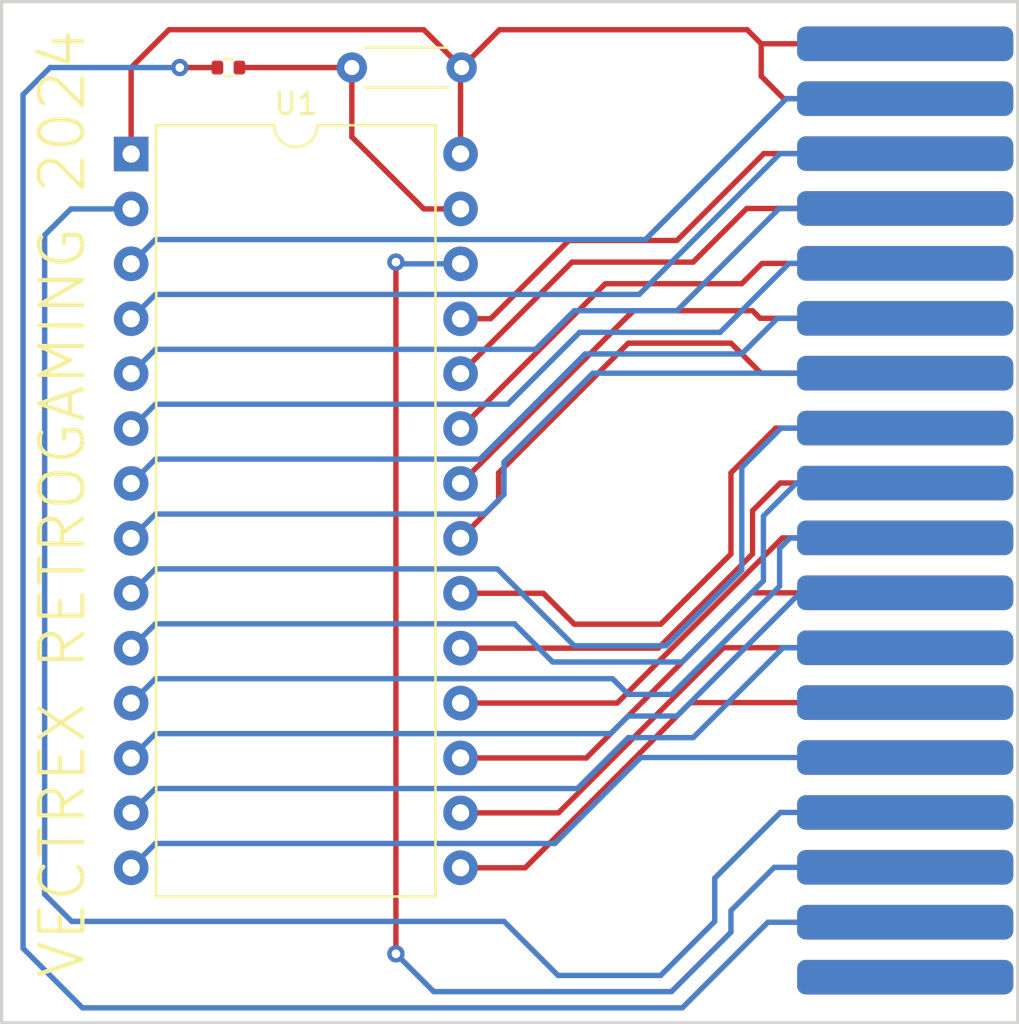
<source format=kicad_pcb>
(kicad_pcb (version 20240108) (generator "pcbnew") (generator_version "8.0")
  (title_block (title "Vectrex Multicart") (date "2019-09-01") (rev "V0.1") (company "NaturalTangent"))
  (layers (0 "F.Cu" signal) (31 "B.Cu" signal) (34 "B.Paste" user) (35 "F.Paste" user) (36 "B.SilkS" user "B.Silkscreen") (37 "F.SilkS" user "F.Silkscreen") (38 "B.Mask" user) (39 "F.Mask" user) (44 "Edge.Cuts" user))
  (net 0 "")
  (net 1 "GND")
  (net 2 "VCC")
  (net 3 "D3")
  (net 4 "D4")
  (net 5 "D5")
  (net 6 "A12")
  (net 7 "D6")
  (net 8 "A7")
  (net 9 "D7")
  (net 10 "A6")
  (net 11 "CE")
  (net 12 "A5")
  (net 13 "A10")
  (net 14 "A4")
  (net 15 "OE")
  (net 16 "A3")
  (net 17 "A11")
  (net 18 "A2")
  (net 19 "A9")
  (net 20 "A1")
  (net 21 "A8")
  (net 22 "A0")
  (net 23 "D0")
  (net 24 "D1")
  (net 25 "D2")
  (net 27 "A14")
  (net 28 "A13")
  (net 34 "Net-(U1-A14)")
  (footprint "vectrex:VECTREX_CART" (layer "F.Cu") (at 130.8102 67.9902 -90)
    (property "Reference" "J1" (hide yes))
    (property "Value" "Vectrex Cartridge Connector" (hide yes))
    (pad "1" connect roundrect (at -21.59 4 90) (size 1.6 10) (drill (offset 0 4)) (layers "B.Cu" "B.Mask"))
    (pad "2" connect roundrect (at -21.59 4 270) (size 1.6 10) (drill (offset 0 -4)) (layers "F.Cu" "F.Mask") (net 2 "VCC"))
    (pad "3" connect roundrect (at -19.05 4 90) (size 1.6 10) (drill (offset 0 4)) (layers "B.Cu" "B.Mask") (net 8 "A7"))
    (pad "4" connect roundrect (at -19.05 4 270) (size 1.6 10) (drill (offset 0 -4)) (layers "F.Cu" "F.Mask") (net 2 "VCC"))
    (pad "5" connect roundrect (at -16.51 4 90) (size 1.6 10) (drill (offset 0 4)) (layers "B.Cu" "B.Mask") (net 10 "A6"))
    (pad "6" connect roundrect (at -16.51 4 270) (size 1.6 10) (drill (offset 0 -4)) (layers "F.Cu" "F.Mask") (net 21 "A8"))
    (pad "7" connect roundrect (at -13.97 4 90) (size 1.6 10) (drill (offset 0 4)) (layers "B.Cu" "B.Mask") (net 12 "A5"))
    (pad "8" connect roundrect (at -13.97 4 270) (size 1.6 10) (drill (offset 0 -4)) (layers "F.Cu" "F.Mask") (net 19 "A9"))
    (pad "9" connect roundrect (at -11.43 4 90) (size 1.6 10) (drill (offset 0 4)) (layers "B.Cu" "B.Mask") (net 14 "A4"))
    (pad "10" connect roundrect (at -11.43 4 270) (size 1.6 10) (drill (offset 0 -4)) (layers "F.Cu" "F.Mask") (net 17 "A11"))
    (pad "11" connect roundrect (at -8.89 4 90) (size 1.6 10) (drill (offset 0 4)) (layers "B.Cu" "B.Mask") (net 16 "A3"))
    (pad "12" connect roundrect (at -8.89 4 270) (size 1.6 10) (drill (offset 0 -4)) (layers "F.Cu" "F.Mask") (net 15 "OE"))
    (pad "13" connect roundrect (at -6.35 4 90) (size 1.6 10) (drill (offset 0 4)) (layers "B.Cu" "B.Mask") (net 18 "A2"))
    (pad "14" connect roundrect (at -6.35 4 270) (size 1.6 10) (drill (offset 0 -4)) (layers "F.Cu" "F.Mask") (net 13 "A10"))
    (pad "15" connect roundrect (at -3.81 4 90) (size 1.6 10) (drill (offset 0 4)) (layers "B.Cu" "B.Mask") (net 20 "A1"))
    (pad "16" connect roundrect (at -3.81 4 270) (size 1.6 10) (drill (offset 0 -4)) (layers "F.Cu" "F.Mask") (net 11 "CE"))
    (pad "17" connect roundrect (at -1.27 4 90) (size 1.6 10) (drill (offset 0 4)) (layers "B.Cu" "B.Mask") (net 22 "A0"))
    (pad "18" connect roundrect (at -1.27 4 270) (size 1.6 10) (drill (offset 0 -4)) (layers "F.Cu" "F.Mask") (net 9 "D7"))
    (pad "19" connect roundrect (at 1.27 4 90) (size 1.6 10) (drill (offset 0 4)) (layers "B.Cu" "B.Mask") (net 23 "D0"))
    (pad "20" connect roundrect (at 1.27 4 270) (size 1.6 10) (drill (offset 0 -4)) (layers "F.Cu" "F.Mask") (net 7 "D6"))
    (pad "21" connect roundrect (at 3.81 4 90) (size 1.6 10) (drill (offset 0 4)) (layers "B.Cu" "B.Mask") (net 24 "D1"))
    (pad "22" connect roundrect (at 3.81 4 270) (size 1.6 10) (drill (offset 0 -4)) (layers "F.Cu" "F.Mask") (net 5 "D5"))
    (pad "23" connect roundrect (at 6.35 4 90) (size 1.6 10) (drill (offset 0 4)) (layers "B.Cu" "B.Mask") (net 25 "D2"))
    (pad "24" connect roundrect (at 6.35 4 270) (size 1.6 10) (drill (offset 0 -4)) (layers "F.Cu" "F.Mask") (net 4 "D4"))
    (pad "25" connect roundrect (at 8.89 4 90) (size 1.6 10) (drill (offset 0 4)) (layers "B.Cu" "B.Mask") (net 1 "GND"))
    (pad "26" connect roundrect (at 8.89 4 270) (size 1.6 10) (drill (offset 0 -4)) (layers "F.Cu" "F.Mask") (net 3 "D3"))
    (pad "27" connect roundrect (at 11.43 4 90) (size 1.6 10) (drill (offset 0 4)) (layers "B.Cu" "B.Mask") (net 1 "GND"))
    (pad "28" connect roundrect (at 11.43 4 270) (size 1.6 10) (drill (offset 0 -4)) (layers "F.Cu" "F.Mask") (net 1 "GND"))
    (pad "29" connect roundrect (at 13.97 4 90) (size 1.6 10) (drill (offset 0 4)) (layers "B.Cu" "B.Mask") (net 6 "A12"))
    (pad "30" connect roundrect (at 13.97 4 270) (size 1.6 10) (drill (offset 0 -4)) (layers "F.Cu" "F.Mask"))
    (pad "31" connect roundrect (at 16.51 4 90) (size 1.6 10) (drill (offset 0 4)) (layers "B.Cu" "B.Mask") (net 28 "A13"))
    (pad "32" connect roundrect (at 16.51 4 270) (size 1.6 10) (drill (offset 0 -4)) (layers "F.Cu" "F.Mask"))
    (pad "33" connect roundrect (at 19.05 4 90) (size 1.6 10) (drill (offset 0 4)) (layers "B.Cu" "B.Mask") (net 27 "A14"))
    (pad "34" connect roundrect (at 19.05 4 270) (size 1.6 10) (drill (offset 0 -4)) (layers "F.Cu" "F.Mask"))
    (pad "35" connect roundrect (at 21.59 4 90) (size 1.6 10) (drill (offset 0 4)) (layers "B.Cu" "B.Mask"))
    (pad "36" connect roundrect (at 21.59 4 270) (size 1.6 10) (drill (offset 0 -4)) (layers "F.Cu" "F.Mask"))
  )
  (footprint "MountingHole:MountingHole_5.3mm_M5" (layer "F.Cu") (at 117.5172 68.1056)
    (property "Reference" "H2" (hide yes))
    (property "Value" "MountingHoleCentre" (hide yes))
    (pad "" np_thru_hole circle (at 0 0) (size 5.3 5.3) (drill 5.3) (layers "*.Cu" "*.Mask"))
  )
  (footprint "MountingHole:MountingHole_3.7mm" (layer "F.Cu") (at 117.5172 50.6056)
    (property "Reference" "H1" (hide yes))
    (property "Value" "MountingHole" (hide yes))
    (pad "" np_thru_hole circle (at 0 0) (size 3.7 3.7) (drill 3.7) (layers "*.Cu" "*.Mask"))
  )
  (footprint "MountingHole:MountingHole_3.7mm" (layer "F.Cu") (at 117.5172 85.6056)
    (property "Reference" "H3" (hide yes))
    (property "Value" "MountingHole" (hide yes))
    (pad "" np_thru_hole circle (at 0 0) (size 3.7 3.7) (drill 3.7) (layers "*.Cu" "*.Mask"))
  )
  (footprint "Resistor_THT:R_Axial_DIN0204_L3.6mm_D1.6mm_P5.08mm_Horizontal" (layer "F.Cu") (at 105.21 47.5)
    (property "Reference" "R2" (hide yes))
    (property "Value" "1K" (hide yes))
    (fp_line (start 0.62 -0.92) (end 4.46 -0.92) (stroke (width 0.12)) (layer "F.SilkS"))
    (fp_line (start 0.62 0.92) (end 4.46 0.92) (stroke (width 0.12)) (layer "F.SilkS"))
    (pad "1" thru_hole circle (at 0 0) (size 1.4 1.4) (drill 0.7) (layers "*.Cu" "*.Mask") (net 34 "Net-(U1-A14)"))
    (pad "2" thru_hole oval (at 5.08 0) (size 1.4 1.4) (drill 0.7) (layers "*.Cu" "*.Mask") (net 2 "VCC"))
  )
  (footprint "Package_DIP:DIP-28_W15.24mm" (layer "F.Cu") (at 95 51.5)
    (property "Reference" "U1" (at 7.62 -2.33 0) (layer "F.SilkS"))
    (property "Value" "27C256")
    (fp_line (start 1.16 -1.33) (end 1.16 34.35) (stroke (width 0.12)) (layer "F.SilkS"))
    (fp_line (start 1.16 34.35) (end 14.08 34.35) (stroke (width 0.12)) (layer "F.SilkS"))
    (fp_line (start 6.62 -1.33) (end 1.16 -1.33) (stroke (width 0.12)) (layer "F.SilkS"))
    (fp_line (start 14.08 -1.33) (end 8.62 -1.33) (stroke (width 0.12)) (layer "F.SilkS"))
    (fp_line (start 14.08 34.35) (end 14.08 -1.33) (stroke (width 0.12)) (layer "F.SilkS"))
    (fp_arc (start 8.62 -1.33) (mid 7.62 -0.33) (end 6.62 -1.33) (stroke (width 0.12)) (layer "F.SilkS"))
    (pad "1" thru_hole rect (at 0 0) (size 1.6 1.6) (drill 0.8) (layers "*.Cu" "*.Mask") (net 2 "VCC"))
    (pad "2" thru_hole oval (at 0 2.54) (size 1.6 1.6) (drill 0.8) (layers "*.Cu" "*.Mask") (net 6 "A12"))
    (pad "3" thru_hole oval (at 0 5.08) (size 1.6 1.6) (drill 0.8) (layers "*.Cu" "*.Mask") (net 8 "A7"))
    (pad "4" thru_hole oval (at 0 7.62) (size 1.6 1.6) (drill 0.8) (layers "*.Cu" "*.Mask") (net 10 "A6"))
    (pad "5" thru_hole oval (at 0 10.16) (size 1.6 1.6) (drill 0.8) (layers "*.Cu" "*.Mask") (net 12 "A5"))
    (pad "6" thru_hole oval (at 0 12.7) (size 1.6 1.6) (drill 0.8) (layers "*.Cu" "*.Mask") (net 14 "A4"))
    (pad "7" thru_hole oval (at 0 15.24) (size 1.6 1.6) (drill 0.8) (layers "*.Cu" "*.Mask") (net 16 "A3"))
    (pad "8" thru_hole oval (at 0 17.78) (size 1.6 1.6) (drill 0.8) (layers "*.Cu" "*.Mask") (net 18 "A2"))
    (pad "9" thru_hole oval (at 0 20.32) (size 1.6 1.6) (drill 0.8) (layers "*.Cu" "*.Mask") (net 20 "A1"))
    (pad "10" thru_hole oval (at 0 22.86) (size 1.6 1.6) (drill 0.8) (layers "*.Cu" "*.Mask") (net 22 "A0"))
    (pad "11" thru_hole oval (at 0 25.4) (size 1.6 1.6) (drill 0.8) (layers "*.Cu" "*.Mask") (net 23 "D0"))
    (pad "12" thru_hole oval (at 0 27.94) (size 1.6 1.6) (drill 0.8) (layers "*.Cu" "*.Mask") (net 24 "D1"))
    (pad "13" thru_hole oval (at 0 30.48) (size 1.6 1.6) (drill 0.8) (layers "*.Cu" "*.Mask") (net 25 "D2"))
    (pad "14" thru_hole oval (at 0 33.02) (size 1.6 1.6) (drill 0.8) (layers "*.Cu" "*.Mask") (net 1 "GND"))
    (pad "15" thru_hole oval (at 15.24 33.02) (size 1.6 1.6) (drill 0.8) (layers "*.Cu" "*.Mask") (net 3 "D3"))
    (pad "16" thru_hole oval (at 15.24 30.48) (size 1.6 1.6) (drill 0.8) (layers "*.Cu" "*.Mask") (net 4 "D4"))
    (pad "17" thru_hole oval (at 15.24 27.94) (size 1.6 1.6) (drill 0.8) (layers "*.Cu" "*.Mask") (net 5 "D5"))
    (pad "18" thru_hole oval (at 15.24 25.4) (size 1.6 1.6) (drill 0.8) (layers "*.Cu" "*.Mask") (net 7 "D6"))
    (pad "19" thru_hole oval (at 15.24 22.86) (size 1.6 1.6) (drill 0.8) (layers "*.Cu" "*.Mask") (net 9 "D7"))
    (pad "20" thru_hole oval (at 15.24 20.32) (size 1.6 1.6) (drill 0.8) (layers "*.Cu" "*.Mask") (net 11 "CE"))
    (pad "21" thru_hole oval (at 15.24 17.78) (size 1.6 1.6) (drill 0.8) (layers "*.Cu" "*.Mask") (net 13 "A10"))
    (pad "22" thru_hole oval (at 15.24 15.24) (size 1.6 1.6) (drill 0.8) (layers "*.Cu" "*.Mask") (net 15 "OE"))
    (pad "23" thru_hole oval (at 15.24 12.7) (size 1.6 1.6) (drill 0.8) (layers "*.Cu" "*.Mask") (net 17 "A11"))
    (pad "24" thru_hole oval (at 15.24 10.16) (size 1.6 1.6) (drill 0.8) (layers "*.Cu" "*.Mask") (net 19 "A9"))
    (pad "25" thru_hole oval (at 15.24 7.62) (size 1.6 1.6) (drill 0.8) (layers "*.Cu" "*.Mask") (net 21 "A8"))
    (pad "26" thru_hole oval (at 15.24 5.08) (size 1.6 1.6) (drill 0.8) (layers "*.Cu" "*.Mask") (net 28 "A13"))
    (pad "27" thru_hole oval (at 15.24 2.54) (size 1.6 1.6) (drill 0.8) (layers "*.Cu" "*.Mask") (net 34 "Net-(U1-A14)"))
    (pad "28" thru_hole oval (at 15.24 0) (size 1.6 1.6) (drill 0.8) (layers "*.Cu" "*.Mask") (net 2 "VCC"))
  )
  (footprint "Resistor_SMD:R_0402_1005Metric" (layer "F.Cu") (at 99.5 47.5 180)
    (property "Reference" "R1" (hide yes))
    (property "Value" "SP")
    (fp_line (start -0.153641 0.38) (end 0.153641 0.38) (stroke (width 0.12)) (layer "F.SilkS"))
    (fp_line (start -0.153641 -0.38) (end 0.153641 -0.38) (stroke (width 0.12)) (layer "F.SilkS"))
    (pad "1" smd roundrect (at -0.51 0 180) (size 0.54 0.64) (layers "F.Cu" "F.Paste" "F.Mask") (net 34 "Net-(U1-A14)"))
    (pad "2" smd roundrect (at 0.51 0 180) (size 0.54 0.64) (layers "F.Cu" "F.Paste" "F.Mask") (net 27 "A14"))
  )
  (gr_rect (start 89.008 44.45) (end 136.017 91.694) (stroke (width 0.15)) (fill none) (layer "Edge.Cuts"))
  (gr_text "VECTREX RETROGAMING 2024" (at 93 89.75 90) (layer "F.SilkS") (effects (font (size 2 2) (thickness 0.2) (bold yes)) (justify left bottom)))
  (segment (start 96.125 83.395) (end 114.605 83.395) (width 0.25) (layer "B.Cu") (net 1))
  (segment (start 95 84.52) (end 96.125 83.395) (width 0.25) (layer "B.Cu") (net 1))
  (segment (start 114.605 83.395) (end 118.5798 79.4202) (width 0.25) (layer "B.Cu") (net 1))
  (segment (start 118.5798 79.4202) (end 126.8102 79.4202) (width 0.25) (layer "B.Cu") (net 1))
  (segment (start 110.29 47.5) (end 112.04 45.75) (width 0.25) (layer "F.Cu") (net 2))
  (segment (start 123.5 45.75) (end 124.1502 46.4002) (width 0.25) (layer "F.Cu") (net 2))
  (segment (start 124.1502 46.4002) (end 126.8102 46.4002) (width 0.25) (layer "F.Cu") (net 2))
  (segment (start 125.1902 48.9402) (end 126.8102 48.9402) (width 0.25) (layer "F.Cu") (net 2))
  (segment (start 108.54 45.75) (end 110.29 47.5) (width 0.25) (layer "F.Cu") (net 2))
  (segment (start 124.1502 46.4002) (end 124.1502 47.9002) (width 0.25) (layer "F.Cu") (net 2))
  (segment (start 110.24 47.55) (end 110.29 47.5) (width 0.25) (layer "F.Cu") (net 2))
  (segment (start 124.1502 47.9002) (end 125.1902 48.9402) (width 0.25) (layer "F.Cu") (net 2))
  (segment (start 110.24 51.5) (end 110.24 47.55) (width 0.25) (layer "F.Cu") (net 2))
  (segment (start 112.04 45.75) (end 123.5 45.75) (width 0.25) (layer "F.Cu") (net 2))
  (segment (start 96.75 45.75) (end 108.54 45.75) (width 0.25) (layer "F.Cu") (net 2))
  (segment (start 95 51.5) (end 95 47.5) (width 0.25) (layer "F.Cu") (net 2))
  (segment (start 95 47.5) (end 96.75 45.75) (width 0.25) (layer "F.Cu") (net 2))
  (segment (start 113.23 84.52) (end 120.8698 76.8802) (width 0.25) (layer "F.Cu") (net 3))
  (segment (start 120.8698 76.8802) (end 126.8102 76.8802) (width 0.25) (layer "F.Cu") (net 3))
  (segment (start 110.24 84.52) (end 113.23 84.52) (width 0.25) (layer "F.Cu") (net 3))
  (segment (start 114.77 81.98) (end 122.4098 74.3402) (width 0.25) (layer "F.Cu") (net 4))
  (segment (start 110.24 81.98) (end 114.77 81.98) (width 0.25) (layer "F.Cu") (net 4))
  (segment (start 122.4098 74.3402) (end 126.8102 74.3402) (width 0.25) (layer "F.Cu") (net 4))
  (segment (start 110.24 79.44) (end 116.06 79.44) (width 0.25) (layer "F.Cu") (net 5))
  (segment (start 116.06 79.44) (end 123.6998 71.8002) (width 0.25) (layer "F.Cu") (net 5))
  (segment (start 123.6998 71.8002) (end 126.8102 71.8002) (width 0.25) (layer "F.Cu") (net 5))
  (segment (start 91 55.25) (end 91 85.75) (width 0.25) (layer "B.Cu") (net 6))
  (segment (start 92.25 87) (end 112.25 87) (width 0.25) (layer "B.Cu") (net 6))
  (segment (start 119.5 89.5) (end 122 87) (width 0.25) (layer "B.Cu") (net 6))
  (segment (start 122 87) (end 122 85) (width 0.25) (layer "B.Cu") (net 6))
  (segment (start 112.25 87) (end 114.75 89.5) (width 0.25) (layer "B.Cu") (net 6))
  (segment (start 92.21 54.04) (end 91 55.25) (width 0.25) (layer "B.Cu") (net 6))
  (segment (start 91 85.75) (end 92.25 87) (width 0.25) (layer "B.Cu") (net 6))
  (segment (start 125.0398 81.9602) (end 126.8102 81.9602) (width 0.25) (layer "B.Cu") (net 6))
  (segment (start 95 54.04) (end 92.21 54.04) (width 0.25) (layer "B.Cu") (net 6))
  (segment (start 114.75 89.5) (end 119.5 89.5) (width 0.25) (layer "B.Cu") (net 6))
  (segment (start 122 85) (end 125.0398 81.9602) (width 0.25) (layer "B.Cu") (net 6))
  (segment (start 125.126196 69.2602) (end 126.8102 69.2602) (width 0.25) (layer "F.Cu") (net 7))
  (segment (start 110.24 76.9) (end 117.486396 76.9) (width 0.25) (layer "F.Cu") (net 7))
  (segment (start 117.486396 76.9) (end 125.126196 69.2602) (width 0.25) (layer "F.Cu") (net 7))
  (segment (start 118.795 55.455) (end 125.3098 48.9402) (width 0.25) (layer "B.Cu") (net 8))
  (segment (start 96.125 55.455) (end 118.795 55.455) (width 0.25) (layer "B.Cu") (net 8))
  (segment (start 95 56.58) (end 96.125 55.455) (width 0.25) (layer "B.Cu") (net 8))
  (segment (start 125.3098 48.9402) (end 126.8102 48.9402) (width 0.25) (layer "B.Cu") (net 8))
  (segment (start 125.0298 66.7202) (end 126.8102 66.7202) (width 0.25) (layer "F.Cu") (net 9))
  (segment (start 119.39 74.36) (end 123.75 70) (width 0.25) (layer "F.Cu") (net 9))
  (segment (start 110.24 74.36) (end 119.39 74.36) (width 0.25) (layer "F.Cu") (net 9))
  (segment (start 123.75 68) (end 125.0298 66.7202) (width 0.25) (layer "F.Cu") (net 9))
  (segment (start 123.75 70) (end 123.75 68) (width 0.25) (layer "F.Cu") (net 9))
  (segment (start 95 59.12) (end 96.125 57.995) (width 0.25) (layer "B.Cu") (net 10))
  (segment (start 125.0198 51.4802) (end 126.8102 51.4802) (width 0.25) (layer "B.Cu") (net 10))
  (segment (start 96.125 57.995) (end 118.505 57.995) (width 0.25) (layer "B.Cu") (net 10))
  (segment (start 118.505 57.995) (end 125.0198 51.4802) (width 0.25) (layer "B.Cu") (net 10))
  (segment (start 114.07 71.82) (end 115.5 73.25) (width 0.25) (layer "F.Cu") (net 11))
  (segment (start 124.8198 64.1802) (end 126.8102 64.1802) (width 0.25) (layer "F.Cu") (net 11))
  (segment (start 122.75 66.25) (end 124.8198 64.1802) (width 0.25) (layer "F.Cu") (net 11))
  (segment (start 115.5 73.25) (end 119.5 73.25) (width 0.25) (layer "F.Cu") (net 11))
  (segment (start 122.75 70) (end 122.75 66.25) (width 0.25) (layer "F.Cu") (net 11))
  (segment (start 110.24 71.82) (end 114.07 71.82) (width 0.25) (layer "F.Cu") (net 11))
  (segment (start 119.5 73.25) (end 122.75 70) (width 0.25) (layer "F.Cu") (net 11))
  (segment (start 120.25 58.75) (end 124.9798 54.0202) (width 0.25) (layer "B.Cu") (net 12))
  (segment (start 115.5 58.75) (end 120.25 58.75) (width 0.25) (layer "B.Cu") (net 12))
  (segment (start 95 61.66) (end 96.125 60.535) (width 0.25) (layer "B.Cu") (net 12))
  (segment (start 96.125 60.535) (end 113.715 60.535) (width 0.25) (layer "B.Cu") (net 12))
  (segment (start 113.715 60.535) (end 115.5 58.75) (width 0.25) (layer "B.Cu") (net 12))
  (segment (start 124.9798 54.0202) (end 126.8102 54.0202) (width 0.25) (layer "B.Cu") (net 12))
  (segment (start 124.1402 61.6402) (end 126.8102 61.6402) (width 0.25) (layer "F.Cu") (net 13))
  (segment (start 122.75 60.25) (end 124.1402 61.6402) (width 0.25) (layer "F.Cu") (net 13))
  (segment (start 118 60.25) (end 122.75 60.25) (width 0.25) (layer "F.Cu") (net 13))
  (segment (start 110.24 69.28) (end 112 67.52) (width 0.25) (layer "F.Cu") (net 13))
  (segment (start 112 67.52) (end 112 66.25) (width 0.25) (layer "F.Cu") (net 13))
  (segment (start 112 66.25) (end 118 60.25) (width 0.25) (layer "F.Cu") (net 13))
  (segment (start 112.425 63.075) (end 115.75 59.75) (width 0.25) (layer "B.Cu") (net 14))
  (segment (start 122.25 59.75) (end 125.4398 56.5602) (width 0.25) (layer "B.Cu") (net 14))
  (segment (start 125.4398 56.5602) (end 126.8102 56.5602) (width 0.25) (layer "B.Cu") (net 14))
  (segment (start 95 64.2) (end 96.125 63.075) (width 0.25) (layer "B.Cu") (net 14))
  (segment (start 115.75 59.75) (end 122.25 59.75) (width 0.25) (layer "B.Cu") (net 14))
  (segment (start 96.125 63.075) (end 112.425 63.075) (width 0.25) (layer "B.Cu") (net 14))
  (segment (start 118.02 58.98) (end 118.25 58.75) (width 0.25) (layer "F.Cu") (net 15))
  (segment (start 123.75 58.75) (end 124.1002 59.1002) (width 0.25) (layer "F.Cu") (net 15))
  (segment (start 110.24 66.74) (end 118 58.98) (width 0.25) (layer "F.Cu") (net 15))
  (segment (start 118 58.98) (end 118.02 58.98) (width 0.25) (layer "F.Cu") (net 15))
  (segment (start 124.1002 59.1002) (end 126.8102 59.1002) (width 0.25) (layer "F.Cu") (net 15))
  (segment (start 118.25 58.75) (end 123.75 58.75) (width 0.25) (layer "F.Cu") (net 15))
  (segment (start 124.8998 59.1002) (end 126.8102 59.1002) (width 0.25) (layer "B.Cu") (net 16))
  (segment (start 111.135 65.615) (end 116 60.75) (width 0.25) (layer "B.Cu") (net 16))
  (segment (start 116 60.75) (end 123.25 60.75) (width 0.25) (layer "B.Cu") (net 16))
  (segment (start 95 66.74) (end 96.125 65.615) (width 0.25) (layer "B.Cu") (net 16))
  (segment (start 96.125 65.615) (end 111.135 65.615) (width 0.25) (layer "B.Cu") (net 16))
  (segment (start 123.25 60.75) (end 124.8998 59.1002) (width 0.25) (layer "B.Cu") (net 16))
  (segment (start 110.24 64.2) (end 116.94 57.5) (width 0.25) (layer "F.Cu") (net 17))
  (segment (start 123.25 57.5) (end 124.1898 56.5602) (width 0.25) (layer "F.Cu") (net 17))
  (segment (start 116.94 57.5) (end 123.25 57.5) (width 0.25) (layer "F.Cu") (net 17))
  (segment (start 124.1898 56.5602) (end 126.8102 56.5602) (width 0.25) (layer "F.Cu") (net 17))
  (segment (start 111.345 68.155) (end 112.25 67.25) (width 0.25) (layer "B.Cu") (net 18))
  (segment (start 96.125 68.155) (end 111.345 68.155) (width 0.25) (layer "B.Cu") (net 18))
  (segment (start 112.25 65.75) (end 116.3598 61.6402) (width 0.25) (layer "B.Cu") (net 18))
  (segment (start 112.25 67.25) (end 112.25 65.75) (width 0.25) (layer "B.Cu") (net 18))
  (segment (start 95 69.28) (end 96.125 68.155) (width 0.25) (layer "B.Cu") (net 18))
  (segment (start 116.3598 61.6402) (end 126.8102 61.6402) (width 0.25) (layer "B.Cu") (net 18))
  (segment (start 115.4 56.5) (end 121 56.5) (width 0.25) (layer "F.Cu") (net 19))
  (segment (start 123.4798 54.0202) (end 126.8102 54.0202) (width 0.25) (layer "F.Cu") (net 19))
  (segment (start 121 56.5) (end 123.4798 54.0202) (width 0.25) (layer "F.Cu") (net 19))
  (segment (start 110.24 61.66) (end 115.4 56.5) (width 0.25) (layer "F.Cu") (net 19))
  (segment (start 119.75 74.25) (end 123.25 70.75) (width 0.25) (layer "B.Cu") (net 20))
  (segment (start 96.125 70.695) (end 111.945 70.695) (width 0.25) (layer "B.Cu") (net 20))
  (segment (start 115.5 74.25) (end 119.75 74.25) (width 0.25) (layer "B.Cu") (net 20))
  (segment (start 95 71.82) (end 96.125 70.695) (width 0.25) (layer "B.Cu") (net 20))
  (segment (start 123.25 70.75) (end 123.25 66) (width 0.25) (layer "B.Cu") (net 20))
  (segment (start 111.945 70.695) (end 115.5 74.25) (width 0.25) (layer "B.Cu") (net 20))
  (segment (start 125.0698 64.1802) (end 126.8102 64.1802) (width 0.25) (layer "B.Cu") (net 20))
  (segment (start 123.25 66) (end 125.0698 64.1802) (width 0.25) (layer "B.Cu") (net 20))
  (segment (start 120.25 55.5) (end 124.2698 51.4802) (width 0.25) (layer "F.Cu") (net 21))
  (segment (start 115.25 55.5) (end 120.25 55.5) (width 0.25) (layer "F.Cu") (net 21))
  (segment (start 111.63 59.12) (end 115.25 55.5) (width 0.25) (layer "F.Cu") (net 21))
  (segment (start 110.24 59.12) (end 111.63 59.12) (width 0.25) (layer "F.Cu") (net 21))
  (segment (start 124.2698 51.4802) (end 126.8102 51.4802) (width 0.25) (layer "F.Cu") (net 21))
  (segment (start 96.125 73.235) (end 112.735 73.235) (width 0.25) (layer "B.Cu") (net 22))
  (segment (start 120.5 75) (end 124.25 71.25) (width 0.25) (layer "B.Cu") (net 22))
  (segment (start 95 74.36) (end 96.125 73.235) (width 0.25) (layer "B.Cu") (net 22))
  (segment (start 125.7798 66.7202) (end 126.8102 66.7202) (width 0.25) (layer "B.Cu") (net 22))
  (segment (start 124.25 68.25) (end 125.7798 66.7202) (width 0.25) (layer "B.Cu") (net 22))
  (segment (start 124.25 71.25) (end 124.25 68.25) (width 0.25) (layer "B.Cu") (net 22))
  (segment (start 114.5 75) (end 120.5 75) (width 0.25) (layer "B.Cu") (net 22))
  (segment (start 112.735 73.235) (end 114.5 75) (width 0.25) (layer "B.Cu") (net 22))
  (segment (start 125 69.75) (end 125.4898 69.2602) (width 0.25) (layer "B.Cu") (net 23))
  (segment (start 125 71.5) (end 125 69.75) (width 0.25) (layer "B.Cu") (net 23))
  (segment (start 118 76.5) (end 120 76.5) (width 0.25) (layer "B.Cu") (net 23))
  (segment (start 96.125 75.775) (end 117.275 75.775) (width 0.25) (layer "B.Cu") (net 23))
  (segment (start 120 76.5) (end 125 71.5) (width 0.25) (layer "B.Cu") (net 23))
  (segment (start 125.4898 69.2602) (end 126.8102 69.2602) (width 0.25) (layer "B.Cu") (net 23))
  (segment (start 95 76.9) (end 96.125 75.775) (width 0.25) (layer "B.Cu") (net 23))
  (segment (start 117.275 75.775) (end 118 76.5) (width 0.25) (layer "B.Cu") (net 23))
  (segment (start 125.9498 71.8002) (end 126.8102 71.8002) (width 0.25) (layer "B.Cu") (net 24))
  (segment (start 117.185 78.315) (end 118 77.5) (width 0.25) (layer "B.Cu") (net 24))
  (segment (start 118 77.5) (end 120.25 77.5) (width 0.25) (layer "B.Cu") (net 24))
  (segment (start 95 79.44) (end 96.125 78.315) (width 0.25) (layer "B.Cu") (net 24))
  (segment (start 96.125 78.315) (end 117.185 78.315) (width 0.25) (layer "B.Cu") (net 24))
  (segment (start 120.25 77.5) (end 125.9498 71.8002) (width 0.25) (layer "B.Cu") (net 24))
  (segment (start 115.645 80.855) (end 96.125 80.855) (width 0.25) (layer "B.Cu") (net 25))
  (segment (start 125.1598 74.3402) (end 121 78.5) (width 0.25) (layer "B.Cu") (net 25))
  (segment (start 126.8102 74.3402) (end 125.1598 74.3402) (width 0.25) (layer "B.Cu") (net 25))
  (segment (start 118 78.5) (end 115.645 80.855) (width 0.25) (layer "B.Cu") (net 25))
  (segment (start 121 78.5) (end 118 78.5) (width 0.25) (layer "B.Cu") (net 25))
  (segment (start 96.125 80.855) (end 95 81.98) (width 0.25) (layer "B.Cu") (net 25))
  (segment (start 98.99 47.5) (end 97.25 47.5) (width 0.25) (layer "F.Cu") (net 27))
  (via (at 97.25 47.5) (size 0.8) (drill 0.4) (layers "F.Cu" "B.Cu") (net 27))
  (segment (start 120.5 91) (end 124.4598 87.0402) (width 0.25) (layer "B.Cu") (net 27))
  (segment (start 97.25 47.5) (end 91.25 47.5) (width 0.25) (layer "B.Cu") (net 27))
  (segment (start 124.4598 87.0402) (end 126.8102 87.0402) (width 0.25) (layer "B.Cu") (net 27))
  (segment (start 90 48.75) (end 90 88.25) (width 0.25) (layer "B.Cu") (net 27))
  (segment (start 91.25 47.5) (end 90 48.75) (width 0.25) (layer "B.Cu") (net 27))
  (segment (start 90 88.25) (end 92.75 91) (width 0.25) (layer "B.Cu") (net 27))
  (segment (start 92.75 91) (end 120.5 91) (width 0.25) (layer "B.Cu") (net 27))
  (segment (start 107.25 56.5) (end 107.25 57.75) (width 0.25) (layer "F.Cu") (net 28))
  (segment (start 107.25 57.75) (end 107.25 88.5) (width 0.25) (layer "F.Cu") (net 28))
  (via (at 107.25 56.5) (size 0.8) (drill 0.4) (layers "F.Cu" "B.Cu") (net 28))
  (via (at 107.25 88.5) (size 0.8) (drill 0.4) (layers "F.Cu" "B.Cu") (net 28))
  (segment (start 124.7498 84.5002) (end 126.8102 84.5002) (width 0.25) (layer "B.Cu") (net 28))
  (segment (start 122.75 86.5) (end 124.7498 84.5002) (width 0.25) (layer "B.Cu") (net 28))
  (segment (start 110.24 56.58) (end 107.33 56.58) (width 0.25) (layer "B.Cu") (net 28))
  (segment (start 109 90.25) (end 120 90.25) (width 0.25) (layer "B.Cu") (net 28))
  (segment (start 107.33 56.58) (end 107.25 56.5) (width 0.25) (layer "B.Cu") (net 28))
  (segment (start 122.75 87.5) (end 122.75 86.5) (width 0.25) (layer "B.Cu") (net 28))
  (segment (start 120 90.25) (end 122.75 87.5) (width 0.25) (layer "B.Cu") (net 28))
  (segment (start 107.25 88.5) (end 109 90.25) (width 0.25) (layer "B.Cu") (net 28))
  (segment (start 105.21 50.71) (end 108.54 54.04) (width 0.25) (layer "F.Cu") (net 34))
  (segment (start 108.54 54.04) (end 110.24 54.04) (width 0.25) (layer "F.Cu") (net 34))
  (segment (start 100.01 47.5) (end 105.21 47.5) (width 0.25) (layer "F.Cu") (net 34))
  (segment (start 105.21 47.5) (end 105.21 50.71) (width 0.25) (layer "F.Cu") (net 34))
)
</source>
